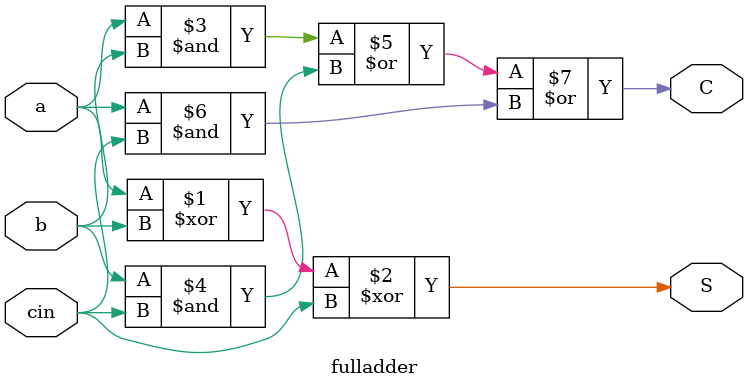
<source format=v>
module fulladder(output S,C, input a,b,cin);
assign S=a^b^cin;
assign C=((a&b)|(b&cin)|(a&cin));
endmodule



</source>
